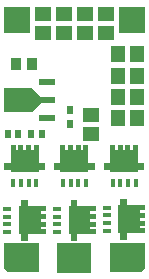
<source format=gtp>
G04*
G04 #@! TF.GenerationSoftware,Altium Limited,Altium Designer,24.4.1 (13)*
G04*
G04 Layer_Color=8421504*
%FSLAX44Y44*%
%MOMM*%
G71*
G04*
G04 #@! TF.SameCoordinates,620EA0B3-285C-493C-A982-72F243028F5E*
G04*
G04*
G04 #@! TF.FilePolarity,Positive*
G04*
G01*
G75*
%ADD15R,2.3000X2.3000*%
%ADD16R,0.6000X0.7500*%
%ADD17R,0.9000X1.0000*%
%ADD18R,1.3000X1.4000*%
%ADD19R,0.6000X0.6400*%
%ADD20R,1.4000X0.5700*%
%ADD21R,1.0000X1.0000*%
%ADD22R,3.0000X2.5000*%
%ADD23R,0.8000X0.3400*%
%ADD24R,0.6600X0.4200*%
%ADD25R,1.4000X1.3000*%
%ADD26R,0.3400X0.8000*%
%ADD27R,0.4200X0.6600*%
G36*
X-35500Y38000D02*
X-28350Y30850D01*
X-16500D01*
Y25150D01*
X-28350D01*
X-35500Y18000D01*
X-59000D01*
X-59199Y18000D01*
X-59566Y18152D01*
X-59848Y18434D01*
X-60000Y18801D01*
X-60000Y19000D01*
X-60000D01*
X-60000Y37000D01*
X-60000Y37199D01*
X-59848Y37566D01*
X-59566Y37848D01*
X-59199Y38000D01*
X-59000Y38000D01*
X-59000Y38000D01*
X-35500Y38000D01*
D02*
G37*
G36*
X53850Y-25500D02*
X59300D01*
Y-31200D01*
X53850D01*
Y-33000D01*
X30150D01*
Y-31200D01*
X24700D01*
Y-25500D01*
X30150D01*
Y-10000D01*
X34350D01*
Y-14700D01*
X36650D01*
Y-10000D01*
X40850D01*
Y-14700D01*
X43150D01*
Y-10000D01*
X47350D01*
Y-14700D01*
X49650D01*
Y-10000D01*
X53850D01*
Y-25500D01*
D02*
G37*
G36*
X11850D02*
X17300D01*
Y-31200D01*
X11850D01*
Y-33000D01*
X-11850D01*
Y-31200D01*
X-17300D01*
Y-25500D01*
X-11850D01*
Y-10000D01*
X-7650D01*
Y-14700D01*
X-5350D01*
Y-10000D01*
X-1150D01*
Y-14700D01*
X1150D01*
Y-10000D01*
X5350D01*
Y-14700D01*
X7650D01*
Y-10000D01*
X11850D01*
Y-25500D01*
D02*
G37*
G36*
X-30150D02*
X-24700D01*
Y-31200D01*
X-30150D01*
Y-33000D01*
X-53850D01*
Y-31200D01*
X-59300D01*
Y-25500D01*
X-53850D01*
Y-10000D01*
X-49650D01*
Y-14700D01*
X-47350D01*
Y-10000D01*
X-43150D01*
Y-14700D01*
X-40850D01*
Y-10000D01*
X-36650D01*
Y-14700D01*
X-34350D01*
Y-10000D01*
X-30150D01*
Y-25500D01*
D02*
G37*
G36*
X44500Y-61150D02*
X60000D01*
Y-65350D01*
X55300D01*
Y-67650D01*
X60000D01*
Y-71850D01*
X55300D01*
Y-74150D01*
X60000D01*
Y-78350D01*
X55300D01*
Y-80650D01*
X60000D01*
Y-84850D01*
X44500D01*
Y-90300D01*
X38800D01*
Y-84850D01*
X37000D01*
Y-61150D01*
X38800D01*
Y-55700D01*
X44500D01*
Y-61150D01*
D02*
G37*
G36*
X2500Y-62150D02*
X18000D01*
Y-66350D01*
X13300D01*
Y-68650D01*
X18000D01*
Y-72850D01*
X13300D01*
Y-75150D01*
X18000D01*
Y-79350D01*
X13300D01*
Y-81650D01*
X18000D01*
Y-85850D01*
X2500D01*
Y-91300D01*
X-3200D01*
Y-85850D01*
X-5000D01*
Y-62150D01*
X-3200D01*
Y-56700D01*
X2500D01*
Y-62150D01*
D02*
G37*
G36*
X-39500D02*
X-24000D01*
Y-66350D01*
X-28700D01*
Y-68650D01*
X-24000D01*
Y-72850D01*
X-28700D01*
Y-75150D01*
X-24000D01*
Y-79350D01*
X-28700D01*
Y-81650D01*
X-24000D01*
Y-85850D01*
X-39500D01*
Y-91300D01*
X-45200D01*
Y-85850D01*
X-47000D01*
Y-62150D01*
X-45200D01*
Y-56700D01*
X-39500D01*
Y-62150D01*
D02*
G37*
G36*
X60000Y-114500D02*
X56500Y-118000D01*
X30000D01*
Y-93000D01*
X60000D01*
Y-114500D01*
D02*
G37*
G36*
X-30000Y-118000D02*
X-56500D01*
X-60000Y-114500D01*
Y-93000D01*
X-30000D01*
Y-118000D01*
D02*
G37*
D15*
X-48500Y96000D02*
D03*
X48500D02*
D03*
D16*
X-4000Y19250D02*
D03*
Y7750D02*
D03*
D17*
X-49250Y58000D02*
D03*
X-35750D02*
D03*
D18*
X37000Y66500D02*
D03*
X53000D02*
D03*
Y12500D02*
D03*
X37000D02*
D03*
X53000Y30500D02*
D03*
X37000D02*
D03*
X53000Y48500D02*
D03*
X37000D02*
D03*
D19*
X-56400Y-500D02*
D03*
X-47600D02*
D03*
X-36400D02*
D03*
X-27600D02*
D03*
D20*
X-23500Y13000D02*
D03*
Y43000D02*
D03*
D21*
X-45500Y28000D02*
D03*
D22*
X0Y-105500D02*
D03*
D23*
X-29000Y-83750D02*
D03*
Y-77250D02*
D03*
Y-70750D02*
D03*
Y-64250D02*
D03*
X55000Y-82750D02*
D03*
Y-76250D02*
D03*
Y-69750D02*
D03*
Y-63250D02*
D03*
X13000Y-64250D02*
D03*
Y-70750D02*
D03*
Y-77250D02*
D03*
Y-83750D02*
D03*
D24*
X-56700Y-77250D02*
D03*
Y-70750D02*
D03*
Y-83750D02*
D03*
Y-64250D02*
D03*
X27300Y-76250D02*
D03*
Y-69750D02*
D03*
Y-82750D02*
D03*
Y-63250D02*
D03*
X-14700Y-64250D02*
D03*
Y-83750D02*
D03*
Y-70750D02*
D03*
Y-77250D02*
D03*
D25*
X-27000Y85000D02*
D03*
Y101000D02*
D03*
X-9000Y85000D02*
D03*
Y101000D02*
D03*
X9000Y85000D02*
D03*
Y101000D02*
D03*
X27000Y85000D02*
D03*
Y101000D02*
D03*
X14000Y-1000D02*
D03*
Y15000D02*
D03*
D26*
X51750Y-15000D02*
D03*
X45250D02*
D03*
X38750D02*
D03*
X32250D02*
D03*
X9750D02*
D03*
X3250D02*
D03*
X-3250D02*
D03*
X-9750D02*
D03*
X-32250D02*
D03*
X-38750D02*
D03*
X-45250D02*
D03*
X-51750D02*
D03*
D27*
X45250Y-42700D02*
D03*
X38750D02*
D03*
X51750D02*
D03*
X32250D02*
D03*
X3250D02*
D03*
X-3250D02*
D03*
X9750D02*
D03*
X-9750D02*
D03*
X-38750D02*
D03*
X-45250D02*
D03*
X-32250D02*
D03*
X-51750D02*
D03*
M02*

</source>
